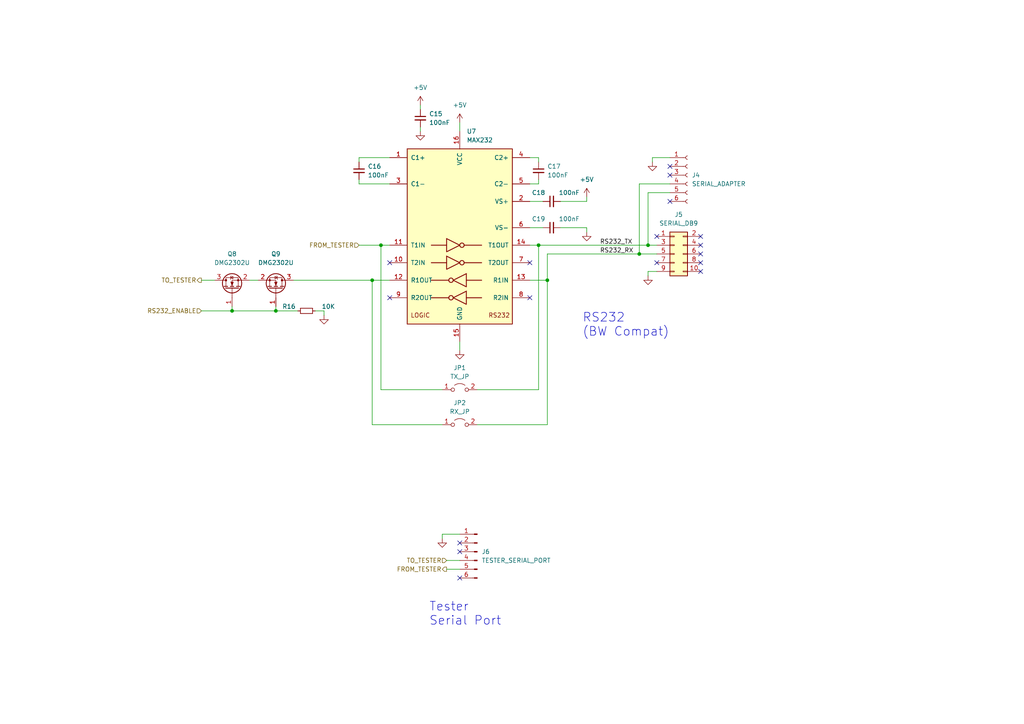
<source format=kicad_sch>
(kicad_sch (version 20211123) (generator eeschema)
  (paper "A4")
  (title_block (title "Tauntek LogIC tester Hat") (date "2022-06-18") (rev "1") (company "Sleepy Pony Labs"))
  (lib_symbols
    (symbol "Connector:Conn_01x06_Female" (pin_names (offset 1.016) hide)
      (property "Reference" "J" (at 0 7.62 0))
      (property "Value" "Conn_01x06_Female" (at 0 -10.16 0))
      (symbol "Conn_01x06_Female_1_1"
        (arc (start 0 -7.112) (mid -0.508 -7.62) (end 0 -8.128) (stroke (width 0.1524)))
        (arc (start 0 -4.572) (mid -0.508 -5.08) (end 0 -5.588) (stroke (width 0.1524)))
        (arc (start 0 -2.032) (mid -0.508 -2.54) (end 0 -3.048) (stroke (width 0.1524)))
        (polyline (pts (xy -1.27 -7.62) (xy -0.508 -7.62)) (stroke (width 0.1524)))
        (polyline (pts (xy -1.27 -5.08) (xy -0.508 -5.08)) (stroke (width 0.1524)))
        (polyline (pts (xy -1.27 -2.54) (xy -0.508 -2.54)) (stroke (width 0.1524)))
        (polyline (pts (xy -1.27 0) (xy -0.508 0)) (stroke (width 0.1524)))
        (polyline (pts (xy -1.27 2.54) (xy -0.508 2.54)) (stroke (width 0.1524)))
        (polyline (pts (xy -1.27 5.08) (xy -0.508 5.08)) (stroke (width 0.1524)))
        (arc (start 0 0.508) (mid -0.508 0) (end 0 -0.508) (stroke (width 0.1524)))
        (arc (start 0 3.048) (mid -0.508 2.54) (end 0 2.032) (stroke (width 0.1524)))
        (arc (start 0 5.588) (mid -0.508 5.08) (end 0 4.572) (stroke (width 0.1524)))
        (pin passive line (at -5.08 5.08 0) (length 3.81) (name "Pin_1") (number "1"))
        (pin passive line (at -5.08 2.54 0) (length 3.81) (name "Pin_2") (number "2"))
        (pin passive line (at -5.08 0 0) (length 3.81) (name "Pin_3") (number "3"))
        (pin passive line (at -5.08 -2.54 0) (length 3.81) (name "Pin_4") (number "4"))
        (pin passive line (at -5.08 -5.08 0) (length 3.81) (name "Pin_5") (number "5"))
        (pin passive line (at -5.08 -7.62 0) (length 3.81) (name "Pin_6") (number "6"))
      )
    )
    (symbol "Connector:Conn_01x06_Male" (pin_names (offset 1.016) hide)
      (property "Reference" "J" (at 0 7.62 0))
      (property "Value" "Conn_01x06_Male" (at 0 -10.16 0))
      (symbol "Conn_01x06_Male_1_1"
        (polyline (pts (xy 1.27 -7.62) (xy 0.8636 -7.62)) (stroke (width 0.1524)))
        (polyline (pts (xy 1.27 -5.08) (xy 0.8636 -5.08)) (stroke (width 0.1524)))
        (polyline (pts (xy 1.27 -2.54) (xy 0.8636 -2.54)) (stroke (width 0.1524)))
        (polyline (pts (xy 1.27 0) (xy 0.8636 0)) (stroke (width 0.1524)))
        (polyline (pts (xy 1.27 2.54) (xy 0.8636 2.54)) (stroke (width 0.1524)))
        (polyline (pts (xy 1.27 5.08) (xy 0.8636 5.08)) (stroke (width 0.1524)))
        (rectangle (start 0.8636 -7.493) (end 0 -7.747) (stroke (width 0.1524)) (fill (type outline)))
        (rectangle (start 0.8636 -4.953) (end 0 -5.207) (stroke (width 0.1524)) (fill (type outline)))
        (rectangle (start 0.8636 -2.413) (end 0 -2.667) (stroke (width 0.1524)) (fill (type outline)))
        (rectangle (start 0.8636 0.127) (end 0 -0.127) (stroke (width 0.1524)) (fill (type outline)))
        (rectangle (start 0.8636 2.667) (end 0 2.413) (stroke (width 0.1524)) (fill (type outline)))
        (rectangle (start 0.8636 5.207) (end 0 4.953) (stroke (width 0.1524)) (fill (type outline)))
        (pin passive line (at 5.08 5.08 180) (length 3.81) (name "Pin_1") (number "1"))
        (pin passive line (at 5.08 2.54 180) (length 3.81) (name "Pin_2") (number "2"))
        (pin passive line (at 5.08 0 180) (length 3.81) (name "Pin_3") (number "3"))
        (pin passive line (at 5.08 -2.54 180) (length 3.81) (name "Pin_4") (number "4"))
        (pin passive line (at 5.08 -5.08 180) (length 3.81) (name "Pin_5") (number "5"))
        (pin passive line (at 5.08 -7.62 180) (length 3.81) (name "Pin_6") (number "6"))
      )
    )
    (symbol "Connector_Generic:Conn_02x05_Odd_Even" (pin_names (offset 1.016) hide)
      (property "Reference" "J" (at 1.27 7.62 0))
      (property "Value" "Conn_02x05_Odd_Even" (at 1.27 -7.62 0))
      (symbol "Conn_02x05_Odd_Even_1_1"
        (rectangle (start -1.27 -4.953) (end 0 -5.207) (stroke (width 0.1524)))
        (rectangle (start -1.27 -2.413) (end 0 -2.667) (stroke (width 0.1524)))
        (rectangle (start -1.27 0.127) (end 0 -0.127) (stroke (width 0.1524)))
        (rectangle (start -1.27 2.667) (end 0 2.413) (stroke (width 0.1524)))
        (rectangle (start -1.27 5.207) (end 0 4.953) (stroke (width 0.1524)))
        (rectangle (start -1.27 6.35) (end 3.81 -6.35) (stroke (width 0.254)) (fill (type background)))
        (rectangle (start 3.81 -4.953) (end 2.54 -5.207) (stroke (width 0.1524)))
        (rectangle (start 3.81 -2.413) (end 2.54 -2.667) (stroke (width 0.1524)))
        (rectangle (start 3.81 0.127) (end 2.54 -0.127) (stroke (width 0.1524)))
        (rectangle (start 3.81 2.667) (end 2.54 2.413) (stroke (width 0.1524)))
        (rectangle (start 3.81 5.207) (end 2.54 4.953) (stroke (width 0.1524)))
        (pin passive line (at -5.08 5.08 0) (length 3.81) (name "Pin_1") (number "1"))
        (pin passive line (at 7.62 -5.08 180) (length 3.81) (name "Pin_10") (number "10"))
        (pin passive line (at 7.62 5.08 180) (length 3.81) (name "Pin_2") (number "2"))
        (pin passive line (at -5.08 2.54 0) (length 3.81) (name "Pin_3") (number "3"))
        (pin passive line (at 7.62 2.54 180) (length 3.81) (name "Pin_4") (number "4"))
        (pin passive line (at -5.08 0 0) (length 3.81) (name "Pin_5") (number "5"))
        (pin passive line (at 7.62 0 180) (length 3.81) (name "Pin_6") (number "6"))
        (pin passive line (at -5.08 -2.54 0) (length 3.81) (name "Pin_7") (number "7"))
        (pin passive line (at 7.62 -2.54 180) (length 3.81) (name "Pin_8") (number "8"))
        (pin passive line (at -5.08 -5.08 0) (length 3.81) (name "Pin_9") (number "9"))
      )
    )
    (symbol "Device:C_Small" (pin_numbers hide) (pin_names (offset 0.254) hide)
      (property "Reference" "C" (at 0.254 1.778 0))
      (property "Value" "C_Small" (at 0.254 -2.032 0))
      (symbol "C_Small_0_1"
        (polyline (pts (xy -1.524 -0.508) (xy 1.524 -0.508)) (stroke (width 0.3302)))
        (polyline (pts (xy -1.524 0.508) (xy 1.524 0.508)) (stroke (width 0.3048)))
      )
      (symbol "C_Small_1_1"
        (pin passive line (at 0 2.54 270) (length 2.032) (name "~") (number "1"))
        (pin passive line (at 0 -2.54 90) (length 2.032) (name "~") (number "2"))
      )
    )
    (symbol "Device:R_Small" (pin_numbers hide) (pin_names (offset 0.254) hide)
      (property "Reference" "R" (at 0.762 0.508 0))
      (property "Value" "R_Small" (at 0.762 -1.016 0))
      (symbol "R_Small_0_1"
        (rectangle (start -0.762 1.778) (end 0.762 -1.778) (stroke (width 0.2032)))
      )
      (symbol "R_Small_1_1"
        (pin passive line (at 0 2.54 270) (length 0.762) (name "~") (number "1"))
        (pin passive line (at 0 -2.54 90) (length 0.762) (name "~") (number "2"))
      )
    )
    (symbol "Interface_UART:MAX232" (pin_names (offset 1.016))
      (property "Reference" "U" (at -2.54 28.575 0))
      (property "Value" "MAX232" (at -2.54 26.67 0))
      (symbol "MAX232_0_0"
        (text "LOGIC" (at -11.43 -22.86 0) (effects (font (size 1.27 1.27))))
        (text "RS232" (at 11.43 -22.86 0) (effects (font (size 1.27 1.27))))
      )
      (symbol "MAX232_0_1"
        (rectangle (start -15.24 -25.4) (end 15.24 25.4) (stroke (width 0.254)) (fill (type background)))
        (circle (center -2.54 -17.78) (radius 0.635) (stroke (width 0.254)))
        (circle (center -2.54 -12.7) (radius 0.635) (stroke (width 0.254)))
        (polyline (pts (xy -3.81 -7.62) (xy -8.255 -7.62)) (stroke (width 0.254)))
        (polyline (pts (xy -3.81 -2.54) (xy -8.255 -2.54)) (stroke (width 0.254)))
        (polyline (pts (xy -3.175 -17.78) (xy -8.255 -17.78)) (stroke (width 0.254)))
        (polyline (pts (xy -3.175 -12.7) (xy -8.255 -12.7)) (stroke (width 0.254)))
        (polyline (pts (xy 1.27 -7.62) (xy 6.35 -7.62)) (stroke (width 0.254)))
        (polyline (pts (xy 1.27 -2.54) (xy 6.35 -2.54)) (stroke (width 0.254)))
        (polyline (pts (xy 1.905 -17.78) (xy 6.35 -17.78)) (stroke (width 0.254)))
        (polyline (pts (xy 1.905 -12.7) (xy 6.35 -12.7)) (stroke (width 0.254)))
        (polyline (pts (xy -3.81 -5.715) (xy -3.81 -9.525) (xy 0 -7.62) (xy -3.81 -5.715)) (stroke (width 0.254)))
        (polyline (pts (xy -3.81 -0.635) (xy -3.81 -4.445) (xy 0 -2.54) (xy -3.81 -0.635)) (stroke (width 0.254)))
        (polyline (pts (xy 1.905 -15.875) (xy 1.905 -19.685) (xy -1.905 -17.78) (xy 1.905 -15.875)) (stroke (width 0.254)))
        (polyline (pts (xy 1.905 -10.795) (xy 1.905 -14.605) (xy -1.905 -12.7) (xy 1.905 -10.795)) (stroke (width 0.254)))
        (circle (center 0.635 -7.62) (radius 0.635) (stroke (width 0.254)))
        (circle (center 0.635 -2.54) (radius 0.635) (stroke (width 0.254)))
      )
      (symbol "MAX232_1_1"
        (pin passive line (at -20.32 22.86 0) (length 5.08) (name "C1+") (number "1"))
        (pin input line (at -20.32 -7.62 0) (length 5.08) (name "T2IN") (number "10"))
        (pin input line (at -20.32 -2.54 0) (length 5.08) (name "T1IN") (number "11"))
        (pin output line (at -20.32 -12.7 0) (length 5.08) (name "R1OUT") (number "12"))
        (pin input line (at 20.32 -12.7 180) (length 5.08) (name "R1IN") (number "13"))
        (pin output line (at 20.32 -2.54 180) (length 5.08) (name "T1OUT") (number "14"))
        (pin power_in line (at 0 -30.48 90) (length 5.08) (name "GND") (number "15"))
        (pin power_in line (at 0 30.48 270) (length 5.08) (name "VCC") (number "16"))
        (pin power_out line (at 20.32 10.16 180) (length 5.08) (name "VS+") (number "2"))
        (pin passive line (at -20.32 15.24 0) (length 5.08) (name "C1-") (number "3"))
        (pin passive line (at 20.32 22.86 180) (length 5.08) (name "C2+") (number "4"))
        (pin passive line (at 20.32 15.24 180) (length 5.08) (name "C2-") (number "5"))
        (pin power_out line (at 20.32 2.54 180) (length 5.08) (name "VS-") (number "6"))
        (pin output line (at 20.32 -7.62 180) (length 5.08) (name "T2OUT") (number "7"))
        (pin input line (at 20.32 -17.78 180) (length 5.08) (name "R2IN") (number "8"))
        (pin output line (at -20.32 -17.78 0) (length 5.08) (name "R2OUT") (number "9"))
      )
    )
    (symbol "Jumper:Jumper_2_Open" (pin_names (offset 0) hide)
      (property "Reference" "JP" (at 0 2.794 0))
      (property "Value" "Jumper_2_Open" (at 0 -2.286 0))
      (symbol "Jumper_2_Open_0_0"
        (circle (center -2.032 0) (radius 0.508))
        (circle (center 2.032 0) (radius 0.508))
      )
      (symbol "Jumper_2_Open_0_1"
        (arc (start 1.524 1.27) (mid 0 1.778) (end -1.524 1.27))
      )
      (symbol "Jumper_2_Open_1_1"
        (pin passive line (at -5.08 0 0) (length 2.54) (name "A") (number "1"))
        (pin passive line (at 5.08 0 180) (length 2.54) (name "B") (number "2"))
      )
    )
    (symbol "Transistor_FET:DMG2302U" (pin_names hide)
      (property "Reference" "Q" (at 5.08 1.905 0))
      (property "Value" "DMG2302U" (at 5.08 0 0))
      (symbol "DMG2302U_0_1"
        (polyline (pts (xy 0.254 0) (xy -2.54 0)))
        (polyline (pts (xy 0.254 1.905) (xy 0.254 -1.905)) (stroke (width 0.254)))
        (polyline (pts (xy 0.762 -1.27) (xy 0.762 -2.286)) (stroke (width 0.254)))
        (polyline (pts (xy 0.762 0.508) (xy 0.762 -0.508)) (stroke (width 0.254)))
        (polyline (pts (xy 0.762 2.286) (xy 0.762 1.27)) (stroke (width 0.254)))
        (polyline (pts (xy 2.54 2.54) (xy 2.54 1.778)))
        (polyline (pts (xy 2.54 -2.54) (xy 2.54 0) (xy 0.762 0)))
        (polyline (pts (xy 0.762 -1.778) (xy 3.302 -1.778) (xy 3.302 1.778) (xy 0.762 1.778)))
        (polyline (pts (xy 1.016 0) (xy 2.032 0.381) (xy 2.032 -0.381) (xy 1.016 0)) (fill (type outline)))
        (polyline (pts (xy 2.794 0.508) (xy 2.921 0.381) (xy 3.683 0.381) (xy 3.81 0.254)))
        (polyline (pts (xy 3.302 0.381) (xy 2.921 -0.254) (xy 3.683 -0.254) (xy 3.302 0.381)))
        (circle (center 1.651 0) (radius 2.794) (stroke (width 0.254)))
        (circle (center 2.54 -1.778) (radius 0.254) (fill (type outline)))
        (circle (center 2.54 1.778) (radius 0.254) (fill (type outline)))
      )
      (symbol "DMG2302U_1_1"
        (pin input line (at -5.08 0 0) (length 2.54) (name "G") (number "1"))
        (pin passive line (at 2.54 -5.08 90) (length 2.54) (name "S") (number "2"))
        (pin passive line (at 2.54 5.08 270) (length 2.54) (name "D") (number "3"))
      )
    )
    (symbol "power:+5V" (power) (pin_names (offset 0))
      (property "Value" "+5V" (at 0 3.556 0))
      (symbol "+5V_0_1"
        (polyline (pts (xy -0.762 1.27) (xy 0 2.54)))
        (polyline (pts (xy 0 0) (xy 0 2.54)))
        (polyline (pts (xy 0 2.54) (xy 0.762 1.27)))
      )
      (symbol "+5V_1_1"
        (pin power_in line (at 0 0 90) (length 0) hide (name "+5V") (number "1"))
      )
    )
    (symbol "power:GND" (power) (pin_names (offset 0))
      (property "Value" "GND" (at 0 -3.81 0))
      (symbol "GND_0_1"
        (polyline (pts (xy 0 0) (xy 0 -1.27) (xy 1.27 -1.27) (xy 0 -2.54) (xy -1.27 -1.27) (xy 0 -1.27)))
      )
      (symbol "GND_1_1"
        (pin power_in line (at 0 0 270) (length 0) hide (name "GND") (number "1"))
      )
    )
  )
  (junction (at 156.21 71.12))
  (junction (at 110.49 71.12))
  (junction (at 187.96 71.12))
  (junction (at 158.75 81.28))
  (junction (at 185.42 73.66))
  (junction (at 107.95 81.28))
  (junction (at 67.31 90.17))
  (junction (at 80.01 90.17))
  (no_connect (at 194.31 58.42))
  (no_connect (at 203.2 71.12))
  (no_connect (at 194.31 48.26))
  (no_connect (at 194.31 50.8))
  (no_connect (at 153.67 86.36))
  (no_connect (at 153.67 76.2))
  (no_connect (at 203.2 76.2))
  (no_connect (at 113.03 76.2))
  (no_connect (at 203.2 78.74))
  (no_connect (at 133.35 157.48))
  (no_connect (at 133.35 167.64))
  (no_connect (at 113.03 86.36))
  (no_connect (at 190.5 76.2))
  (no_connect (at 203.2 68.58))
  (no_connect (at 190.5 68.58))
  (no_connect (at 203.2 73.66))
  (no_connect (at 133.35 160.02))
  (wire (pts (xy 156.21 113.03) (xy 138.43 113.03)))
  (wire (pts (xy 158.75 81.28) (xy 158.75 73.66)))
  (wire (pts (xy 129.54 162.56) (xy 133.35 162.56)))
  (wire (pts (xy 153.67 45.72) (xy 156.21 45.72)))
  (wire (pts (xy 72.39 81.28) (xy 74.93 81.28)))
  (wire (pts (xy 107.95 81.28) (xy 107.95 123.19)))
  (wire (pts (xy 128.27 154.94) (xy 133.35 154.94)))
  (wire (pts (xy 128.27 156.21) (xy 128.27 154.94)))
  (wire (pts (xy 185.42 73.66) (xy 190.5 73.66)))
  (wire (pts (xy 170.18 66.04) (xy 170.18 67.31)))
  (wire (pts (xy 158.75 81.28) (xy 153.67 81.28)))
  (wire (pts (xy 93.98 90.17) (xy 93.98 91.44)))
  (wire (pts (xy 162.56 66.04) (xy 170.18 66.04)))
  (wire (pts (xy 91.44 90.17) (xy 93.98 90.17)))
  (wire (pts (xy 138.43 123.19) (xy 158.75 123.19)))
  (wire (pts (xy 104.14 45.72) (xy 104.14 46.99)))
  (wire (pts (xy 185.42 73.66) (xy 185.42 53.34)))
  (wire (pts (xy 113.03 45.72) (xy 104.14 45.72)))
  (wire (pts (xy 104.14 71.12) (xy 110.49 71.12)))
  (wire (pts (xy 121.92 30.48) (xy 121.92 31.75)))
  (wire (pts (xy 153.67 71.12) (xy 156.21 71.12)))
  (wire (pts (xy 104.14 52.07) (xy 104.14 53.34)))
  (wire (pts (xy 162.56 58.42) (xy 170.18 58.42)))
  (wire (pts (xy 190.5 78.74) (xy 187.96 78.74)))
  (wire (pts (xy 187.96 71.12) (xy 187.96 55.88)))
  (wire (pts (xy 121.92 36.83) (xy 121.92 38.1)))
  (wire (pts (xy 129.54 165.1) (xy 133.35 165.1)))
  (wire (pts (xy 113.03 81.28) (xy 107.95 81.28)))
  (wire (pts (xy 104.14 53.34) (xy 113.03 53.34)))
  (wire (pts (xy 153.67 66.04) (xy 157.48 66.04)))
  (wire (pts (xy 133.35 99.06) (xy 133.35 101.6)))
  (wire (pts (xy 189.23 46.99) (xy 189.23 45.72)))
  (wire (pts (xy 156.21 53.34) (xy 156.21 52.07)))
  (wire (pts (xy 80.01 90.17) (xy 86.36 90.17)))
  (wire (pts (xy 156.21 71.12) (xy 156.21 113.03)))
  (wire (pts (xy 158.75 123.19) (xy 158.75 81.28)))
  (wire (pts (xy 189.23 45.72) (xy 194.31 45.72)))
  (wire (pts (xy 67.31 88.9) (xy 67.31 90.17)))
  (wire (pts (xy 113.03 71.12) (xy 110.49 71.12)))
  (wire (pts (xy 187.96 71.12) (xy 190.5 71.12)))
  (wire (pts (xy 187.96 78.74) (xy 187.96 80.01)))
  (wire (pts (xy 153.67 53.34) (xy 156.21 53.34)))
  (wire (pts (xy 85.09 81.28) (xy 107.95 81.28)))
  (wire (pts (xy 170.18 58.42) (xy 170.18 57.15)))
  (wire (pts (xy 110.49 71.12) (xy 110.49 113.03)))
  (wire (pts (xy 133.35 35.56) (xy 133.35 38.1)))
  (wire (pts (xy 58.42 81.28) (xy 62.23 81.28)))
  (wire (pts (xy 187.96 55.88) (xy 194.31 55.88)))
  (wire (pts (xy 156.21 71.12) (xy 187.96 71.12)))
  (wire (pts (xy 110.49 113.03) (xy 128.27 113.03)))
  (wire (pts (xy 153.67 58.42) (xy 157.48 58.42)))
  (wire (pts (xy 67.31 90.17) (xy 80.01 90.17)))
  (wire (pts (xy 107.95 123.19) (xy 128.27 123.19)))
  (wire (pts (xy 185.42 53.34) (xy 194.31 53.34)))
  (wire (pts (xy 58.42 90.17) (xy 67.31 90.17)))
  (wire (pts (xy 156.21 45.72) (xy 156.21 46.99)))
  (wire (pts (xy 80.01 88.9) (xy 80.01 90.17)))
  (wire (pts (xy 158.75 73.66) (xy 185.42 73.66)))
  (text "Tester\nSerial Port" (at 124.46 181.61 0) (effects (font (size 2.54 2.54)) (justify left bottom)))
  (text "RS232\n(BW Compat)" (at 168.91 97.79 0) (effects (font (size 2.54 2.54)) (justify left bottom)))
  (label "RS232_RX" (at 173.99 73.66 0))
  (label "RS232_TX" (at 173.99 71.12 0))
  (hierarchical_label "FROM_TESTER" (shape input) (at 104.14 71.12 180))
  (hierarchical_label "FROM_TESTER" (shape output) (at 129.54 165.1 180))
  (hierarchical_label "TO_TESTER" (shape input) (at 129.54 162.56 180))
  (hierarchical_label "RS232_ENABLE" (shape input) (at 58.42 90.17 180))
  (hierarchical_label "TO_TESTER" (shape output) (at 58.42 81.28 180))
  (symbol (lib_id "Device:C_Small") (at 160.02 66.04 90) (unit 1)
    (property "Reference" "C19" (at 156.21 63.5 90))
    (property "Value" "100nF" (at 165.1 63.5 90))
    (property "Footprint" "Capacitor_THT:C_Rect_L4.6mm_W2.0mm_P2.50mm_MKS02_FKP02" (effects hide))
  )
  (symbol (lib_id "power:GND") (at 170.18 67.31 0) (unit 1)
    (property "Reference" "#PWR063" (effects hide))
    (property "Value" "GND" (effects hide))
  )
  (symbol (lib_id "power:GND") (at 128.27 156.21 0) (unit 1)
    (property "Reference" "#PWR067" (effects hide))
    (property "Value" "GND" (effects hide))
  )
  (symbol (lib_id "Device:C_Small") (at 121.92 34.29 0) (unit 1)
    (property "Reference" "C15" (at 124.46 33.0262 0) (effects (justify left)))
    (property "Value" "100nF" (at 124.46 35.5662 0) (effects (justify left)))
    (property "Footprint" "Capacitor_THT:C_Rect_L4.6mm_W2.0mm_P2.50mm_MKS02_FKP02" (effects hide))
  )
  (symbol (lib_id "power:GND") (at 133.35 101.6 0) (unit 1)
    (property "Reference" "#PWR066" (effects hide))
    (property "Value" "GND" (effects hide))
  )
  (symbol (lib_id "power:GND") (at 187.96 80.01 0) (unit 1)
    (property "Reference" "#PWR064" (effects hide))
    (property "Value" "GND" (effects hide))
  )
  (symbol (lib_id "Device:C_Small") (at 156.21 49.53 0) (unit 1)
    (property "Reference" "C17" (at 158.75 48.2662 0) (effects (justify left)))
    (property "Value" "100nF" (at 158.75 50.8062 0) (effects (justify left)))
    (property "Footprint" "Capacitor_THT:C_Rect_L4.6mm_W2.0mm_P2.50mm_MKS02_FKP02" (effects hide))
  )
  (symbol (lib_id "Device:C_Small") (at 160.02 58.42 90) (unit 1)
    (property "Reference" "C18" (at 156.21 55.88 90))
    (property "Value" "100nF" (at 165.1 55.88 90))
    (property "Footprint" "Capacitor_THT:C_Rect_L4.6mm_W2.0mm_P2.50mm_MKS02_FKP02" (effects hide))
  )
  (symbol (lib_id "Connector:Conn_01x06_Male") (at 138.43 160.02 0) (mirror y) (unit 1)
    (property "Reference" "J6" (at 139.7 160.0199 0) (effects (justify right)))
    (property "Value" "TESTER_SERIAL_PORT" (at 139.7 162.5599 0) (effects (justify right)))
    (property "Footprint" "Connector_PinHeader_2.54mm:PinHeader_1x06_P2.54mm_Vertical" (effects hide))
  )
  (symbol (lib_id "power:+5V") (at 121.92 30.48 0) (unit 1)
    (property "Reference" "#PWR058" (effects hide))
    (property "Value" "+5V" (at 121.92 25.4 0))
  )
  (symbol (lib_id "Jumper:Jumper_2_Open") (at 133.35 123.19 0) (unit 1)
    (property "Reference" "JP2" (at 133.35 116.84 0))
    (property "Value" "RX_JP" (at 133.35 119.38 0))
    (property "Footprint" "Jumper:SolderJumper-2_P1.3mm_Open_Pad1.0x1.5mm" (effects hide))
  )
  (symbol (lib_id "Connector:Conn_01x06_Female") (at 199.39 50.8 0) (unit 1)
    (property "Reference" "J4" (at 200.66 50.7999 0) (effects (justify left)))
    (property "Value" "SERIAL_ADAPTER" (at 200.66 53.3399 0) (effects (justify left)))
    (property "Footprint" "Connector_PinHeader_2.54mm:PinHeader_1x06_P2.54mm_Vertical" (effects hide))
  )
  (symbol (lib_id "Interface_UART:MAX232") (at 133.35 68.58 0) (unit 1)
    (property "Reference" "U7" (at 135.3694 38.1 0) (effects (justify left)))
    (property "Value" "MAX232" (at 135.3694 40.64 0) (effects (justify left)))
    (property "Footprint" "Package_DIP:DIP-16_W7.62mm" (effects hide))
    (property "Datasheet" "http://www.ti.com/lit/ds/symlink/max232.pdf" (effects hide))
  )
  (symbol (lib_id "Jumper:Jumper_2_Open") (at 133.35 113.03 0) (unit 1)
    (property "Reference" "JP1" (at 133.35 106.68 0))
    (property "Value" "TX_JP" (at 133.35 109.22 0))
    (property "Footprint" "Jumper:SolderJumper-2_P1.3mm_Open_Pad1.0x1.5mm" (effects hide))
  )
  (symbol (lib_id "Connector_Generic:Conn_02x05_Odd_Even") (at 195.58 73.66 0) (unit 1)
    (property "Reference" "J5" (at 196.85 62.23 0))
    (property "Value" "SERIAL_DB9" (at 196.85 64.77 0))
    (property "Footprint" "Connector_PinHeader_2.54mm:PinHeader_2x05_P2.54mm_Vertical" (effects hide))
  )
  (symbol (lib_id "Device:R_Small") (at 88.9 90.17 90) (unit 1)
    (property "Reference" "R16" (at 83.82 88.9 90))
    (property "Value" "10K" (at 95.25 88.9 90))
    (property "Footprint" "Resistor_SMD:R_0603_1608Metric" (effects hide))
  )
  (symbol (lib_id "power:+5V") (at 133.35 35.56 0) (unit 1)
    (property "Reference" "#PWR059" (effects hide))
    (property "Value" "+5V" (at 133.35 30.48 0))
  )
  (symbol (lib_id "power:+5V") (at 170.18 57.15 0) (unit 1)
    (property "Reference" "#PWR062" (effects hide))
    (property "Value" "+5V" (at 170.18 52.07 0))
  )
  (symbol (lib_id "Transistor_FET:DMG2302U") (at 80.01 83.82 270) (mirror x) (unit 1)
    (property "Reference" "Q9" (at 80.01 73.66 90))
    (property "Value" "DMG2302U" (at 80.01 76.2 90))
    (property "Footprint" "Package_TO_SOT_SMD:SOT-23" (effects hide))
    (property "Datasheet" "http://www.diodes.com/assets/Datasheets/DMG2302U.pdf" (effects hide))
  )
  (symbol (lib_id "Device:C_Small") (at 104.14 49.53 0) (unit 1)
    (property "Reference" "C16" (at 106.68 48.2662 0) (effects (justify left)))
    (property "Value" "100nF" (at 106.68 50.8062 0) (effects (justify left)))
    (property "Footprint" "Capacitor_THT:C_Rect_L4.6mm_W2.0mm_P2.50mm_MKS02_FKP02" (effects hide))
  )
  (symbol (lib_id "power:GND") (at 121.92 38.1 0) (unit 1)
    (property "Reference" "#PWR060" (effects hide))
    (property "Value" "GND" (effects hide))
  )
  (symbol (lib_id "Transistor_FET:DMG2302U") (at 67.31 83.82 90) (unit 1)
    (property "Reference" "Q8" (at 67.31 73.66 90))
    (property "Value" "DMG2302U" (at 67.31 76.2 90))
    (property "Footprint" "Package_TO_SOT_SMD:SOT-23" (effects hide))
    (property "Datasheet" "http://www.diodes.com/assets/Datasheets/DMG2302U.pdf" (effects hide))
  )
  (symbol (lib_id "power:GND") (at 189.23 46.99 0) (unit 1)
    (property "Reference" "#PWR061" (effects hide))
    (property "Value" "GND" (effects hide))
  )
  (symbol (lib_id "power:GND") (at 93.98 91.44 0) (unit 1)
    (property "Reference" "#PWR065" (effects hide))
    (property "Value" "GND" (effects hide))
  )
)
</source>
